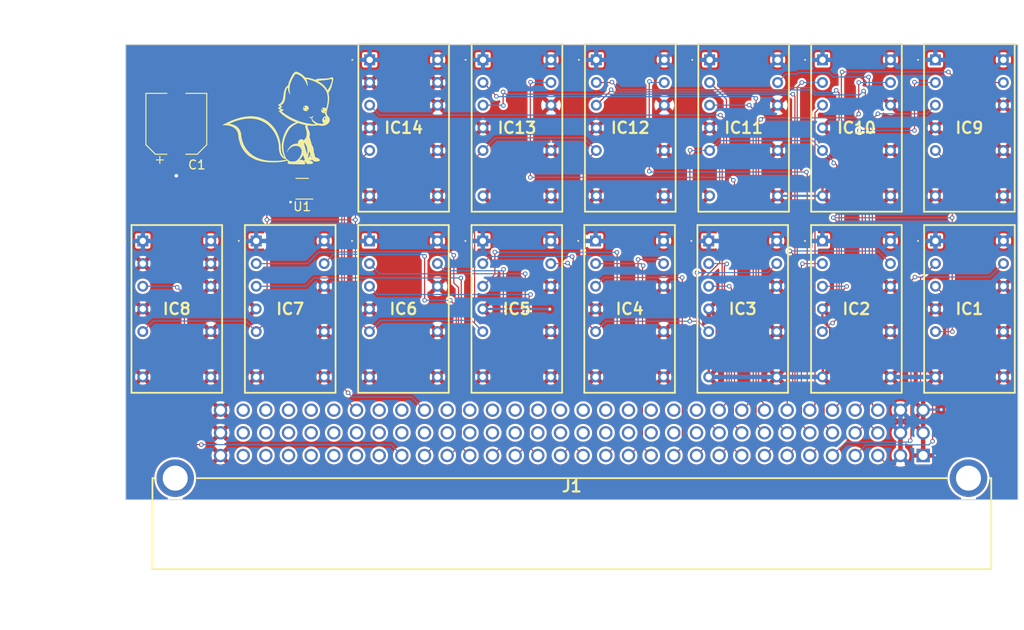
<source format=kicad_pcb>
(kicad_pcb (version 20221018) (generator pcbnew)
  (layers (0 "F.Cu" signal) (31 "B.Cu" signal) (34 "B.Paste" user) (35 "F.Paste" user) (36 "B.SilkS" user "B.Silkscreen") (37 "F.SilkS" user "F.Silkscreen") (38 "B.Mask" user) (39 "F.Mask" user) (44 "Edge.Cuts" user))
  (net 0 "")
  (net 1 "VCC")
  (net 2 "GND")
  (net 3 "/LA1")
  (net 4 "/LA0")
  (net 5 "Net-(IC1-STROBE)")
  (net 6 "/LA2")
  (net 7 "/LA4")
  (net 8 "/LA3")
  (net 9 "/LA5")
  (net 10 "/LA7")
  (net 11 "/LA6")
  (net 12 "/LA8")
  (net 13 "/LA10")
  (net 14 "/LA9")
  (net 15 "/LA11")
  (net 16 "/LA13")
  (net 17 "/LA12")
  (net 18 "/LA14")
  (net 19 "/LA16")
  (net 20 "/LA15")
  (net 21 "/LA17")
  (net 22 "/LA19")
  (net 23 "/LA18")
  (net 24 "/LA20")
  (net 25 "/LA21")
  (net 26 "/DA1")
  (net 27 "/DA0")
  (net 28 "/DA2")
  (net 29 "/DA4")
  (net 30 "/DA3")
  (net 31 "/DA5")
  (net 32 "/DA7")
  (net 33 "/DA6")
  (net 34 "/DA8")
  (net 35 "/DA10")
  (net 36 "/DA9")
  (net 37 "/DA11")
  (net 38 "/DA13")
  (net 39 "/DA12")
  (net 40 "/DA14")
  (net 41 "/DA15")
  (net 78 "nLBS_MEM")
  (net 82 "RAM_nWE")
  (net 85 "nBUFCTL")
  (net 88 "RST")
  (net 90 "~{RST}")
  (footprint "TIL311:TIL311" (layer "F.Cu") (at 200.243 74.705)
    (fp_text reference "IC11")
    (fp_text value "TIL311" hide)
  )
  (footprint "TIL311:TIL311" (layer "F.Cu") (at 174.818 95)
    (fp_text reference "IC5")
    (fp_text value "TIL311" hide)
  )
  (footprint "TIL311:TIL311" (layer "F.Cu") (at 136.718 95)
    (fp_text reference "IC8")
    (fp_text value "TIL311" hide)
  )
  (footprint "DIN41612_96_RA:86093967113745ELF" (layer "F.Cu") (at 224.17 119.045)
    (fp_text reference "J1")
    (fp_text value "86093967113745ELF" hide)
  )
  (footprint "TIL311:TIL311" (layer "F.Cu") (at 162.118 95)
    (fp_text reference "IC6")
    (fp_text value "TIL311" hide)
  )
  (footprint "TIL311:TIL311" (layer "F.Cu") (at 149.43 95)
    (fp_text reference "IC7")
    (fp_text value "TIL311" hide)
  )
  (footprint "PaulasKiCADFootPrint:Fox_avatar_18mm" (layer "F.Cu") (at 152.6 81.225)
    (fp_text reference "SYM1" hide)
    (fp_text value "Logo_Open_Hardware_Large" hide)
  )
  (footprint "TIL311:TIL311" (layer "F.Cu") (at 174.843 74.705)
    (fp_text reference "IC13")
    (fp_text value "TIL311" hide)
  )
  (footprint "TIL311:TIL311" (layer "F.Cu") (at 225.55 95)
    (fp_text reference "IC1")
    (fp_text value "TIL311" hide)
  )
  (footprint "TIL311:TIL311" (layer "F.Cu") (at 162.143 74.705)
    (fp_text reference "IC14")
    (fp_text value "TIL311" hide)
  )
  (footprint "TIL311:TIL311" (layer "F.Cu") (at 200.14 95)
    (fp_text reference "IC3")
    (fp_text value "TIL311" hide)
  )
  (footprint "Package_TO_SOT_SMD:SOT-353_SC-70-5_Handsoldering" (layer "F.Cu") (at 154.575 89.15 180)
    (fp_text reference "U1")
    (fp_text value "74AHC1G08")
  )
  (footprint "Capacitor_SMD:CP_Elec_6.3x5.8" (layer "F.Cu") (at 140.475 81.875 90)
    (fp_text reference "C1")
    (fp_text value "47uF 16V")
  )
  (footprint "TIL311:TIL311" (layer "F.Cu") (at 187.54 74.705)
    (fp_text reference "IC12")
    (fp_text value "TIL311" hide)
  )
  (footprint "TIL311:TIL311" (layer "F.Cu") (at 212.88 95)
    (fp_text reference "IC2")
    (fp_text value "TIL311" hide)
  )
  (footprint "TIL311:TIL311" (layer "F.Cu") (at 212.89 74.705)
    (fp_text reference "IC10")
    (fp_text value "TIL311" hide)
  )
  (footprint "TIL311:TIL311" (layer "F.Cu") (at 225.54 74.705)
    (fp_text reference "IC9")
    (fp_text value "TIL311" hide)
  )
  (footprint "TIL311:TIL311" (layer "F.Cu") (at 187.465 95)
    (fp_text reference "IC4")
    (fp_text value "TIL311" hide)
  )
  (gr_line (start 134.8 73) (end 234.8 73) (stroke (width 0.1)) (layer "Edge.Cuts"))
  (gr_line (start 234.8 124) (end 134.8 124) (stroke (width 0.1)) (layer "Edge.Cuts"))
  (gr_line (start 234.8 73) (end 234.8 124) (stroke (width 0.1)) (layer "Edge.Cuts"))
  (gr_line (start 134.8 124) (end 134.8 73) (stroke (width 0.1)) (layer "Edge.Cuts"))
  (segment (start 153.245 90.62) (end 153.275 90.65) (width 0.127) (layer "F.Cu") (net 1))
  (segment (start 153.245 89.8) (end 153.245 90.62) (width 0.127) (layer "F.Cu") (net 1))
  (segment (start 140.475 84.575) (end 140.475 87.7) (width 1) (layer "F.Cu") (net 1))
  (segment (start 221.63 119.045) (end 221.63 116.505) (width 0.508) (layer "F.Cu") (net 1))
  (via (at 140.475 87.7) (size 0.8) (drill 0.4) (layers "F.Cu" "B.Cu") (net 1))
  (via (at 153.275 90.65) (size 0.5) (drill 0.3) (layers "F.Cu" "B.Cu") (net 1))
  (segment (start 221.63 113.965) (end 221.63 116.505) (width 0.508) (layer "B.Cu") (net 1))
  (segment (start 224.17 116.505) (end 224.17 113.965) (width 0.508) (layer "F.Cu") (net 2))
  (segment (start 214.1 83.535) (end 214.1 85.325) (width 0.254) (layer "F.Cu") (net 2))
  (segment (start 226.225 110.915) (end 226.225 111.625) (width 0.254) (layer "F.Cu") (net 2))
  (segment (start 200.14 106.86) (end 200.325 106.675) (width 0.254) (layer "F.Cu") (net 2))
  (segment (start 225.55 110.24) (end 226.225 110.915) (width 0.254) (layer "F.Cu") (net 2))
  (segment (start 201.025 105.975) (end 200.325 106.675) (width 0.254) (layer "F.Cu") (net 2))
  (segment (start 212.89 86.535) (end 212.89 89.945) (width 0.254) (layer "F.Cu") (net 2))
  (segment (start 225.55 102.62) (end 226.65 103.72) (width 0.254) (layer "F.Cu") (net 2))
  (segment (start 226.225 113.875) (end 226.2 113.9) (width 0.254) (layer "F.Cu") (net 2))
  (segment (start 200.14 103.665) (end 201.025 104.55) (width 0.254) (layer "F.Cu") (net 2))
  (segment (start 212.88 102.62) (end 212.88 103.94024) (width 0.254) (layer "F.Cu") (net 2))
  (segment (start 224.17 119.045) (end 224.17 116.505) (width 0.508) (layer "F.Cu") (net 2))
  (segment (start 214.1 85.325) (end 212.89 86.535) (width 0.254) (layer "F.Cu") (net 2))
  (segment (start 201.025 104.55) (end 201.025 105.975) (width 0.254) (layer "F.Cu") (net 2))
  (segment (start 226.65 103.72) (end 226.65 109.14) (width 0.254) (layer "F.Cu") (net 2))
  (segment (start 212.89 82.325) (end 214.1 83.535) (width 0.254) (layer "F.Cu") (net 2))
  (segment (start 212.925 110.195) (end 212.88 110.24) (width 0.254) (layer "F.Cu") (net 2))
  (segment (start 226.65 109.14) (end 225.55 110.24) (width 0.254) (layer "F.Cu") (net 2))
  (segment (start 200.14 102.62) (end 200.14 103.665) (width 0.508) (layer "F.Cu") (net 2))
  (segment (start 213.7425 107.4325) (end 212.925 108.25) (width 0.254) (layer "F.Cu") (net 2))
  (segment (start 212.88 103.94024) (end 213.7425 104.80274) (width 0.254) (layer "F.Cu") (net 2))
  (segment (start 226.225 111.625) (end 226.225 113.875) (width 0.254) (layer "F.Cu") (net 2))
  (segment (start 212.925 108.25) (end 212.925 110.195) (width 0.254) (layer "F.Cu") (net 2))
  (segment (start 224.17 113.965) (end 224.17 112.67) (width 0.508) (layer "F.Cu") (net 2))
  (segment (start 224.17 112.67) (end 223.625 112.125) (width 0.508) (layer "F.Cu") (net 2))
  (segment (start 200.14 110.24) (end 200.14 106.86) (width 0.254) (layer "F.Cu") (net 2))
  (segment (start 213.7425 104.80274) (end 213.7425 107.4325) (width 0.254) (layer "F.Cu") (net 2))
  (via (at 182.325 102.65) (size 0.5) (drill 0.3) (layers "F.Cu" "B.Cu") (net 2))
  (via (at 226.2 113.9) (size 0.5) (drill 0.3) (layers "F.Cu" "B.Cu") (net 2))
  (segment (start 224.235 113.9) (end 224.17 113.965) (width 0.254) (layer "B.Cu") (net 2))
  (segment (start 207.76 110.24) (end 200.14 110.24) (width 0.508) (layer "B.Cu") (net 2))
  (segment (start 174.818 102.62) (end 182.295 102.62) (width 0.254) (layer "B.Cu") (net 2))
  (segment (start 182.295 102.62) (end 182.325 102.65) (width 0.254) (layer "B.Cu") (net 2))
  (segment (start 226.2 113.9) (end 224.235 113.9) (width 0.254) (layer "B.Cu") (net 2))
  (segment (start 220.5 110.24) (end 225.55 110.24) (width 0.508) (layer "B.Cu") (net 2))
  (segment (start 207.76 110.24) (end 212.88 110.24) (width 0.508) (layer "B.Cu") (net 2))
  (segment (start 212.89 89.945) (end 207.863 89.945) (width 0.254) (layer "B.Cu") (net 2))
  (segment (start 223.875 111) (end 223.875 99.215) (width 0.127) (layer "F.Cu") (net 3))
  (segment (start 225.232999 112.357999) (end 223.875 111) (width 0.127) (layer "F.Cu") (net 3))
  (segment (start 223.875 99.215) (end 225.55 97.54) (width 0.127) (layer "F.Cu") (net 3))
  (segment (start 225.232999 117.367001) (end 225.232999 112.357999) (width 0.127) (layer "F.Cu") (net 3))
  (segment (start 225.225 117.45) (end 225.225 117.375) (width 0.127) (layer "F.Cu") (net 3))
  (segment (start 225.225 117.375) (end 225.232999 117.367001) (width 0.127) (layer "F.Cu") (net 3))
  (via (at 225.225 117.45) (size 0.5) (drill 0.3) (layers "F.Cu" "B.Cu") (net 3))
  (segment (start 217.745 117.85) (end 216.55 119.045) (width 0.127) (layer "B.Cu") (net 3))
  (segment (start 225.225 117.45) (end 224.825 117.85) (width 0.127) (layer "B.Cu") (net 3))
  (segment (start 224.825 117.85) (end 217.745 117.85) (width 0.127) (layer "B.Cu") (net 3))
  (segment (start 225.775 120.45) (end 220.495 120.45) (width 0.127) (layer "F.Cu") (net 4))
  (segment (start 226.967001 119.257999) (end 225.775 120.45) (width 0.127) (layer "F.Cu") (net 4))
  (segment (start 220.495 120.45) (end 219.09 119.045) (width 0.127) (layer "F.Cu") (net 4))
  (segment (start 225.55 100.08) (end 226.967001 101.497001) (width 0.127) (layer "F.Cu") (net 4))
  (segment (start 226.967001 101.497001) (end 226.967001 119.257999) (width 0.127) (layer "F.Cu") (net 4))
  (segment (start 160.558 103.6) (end 160.55 103.6) (width 0.127) (layer "F.Cu") (net 5))
  (segment (start 173.9 85.808) (end 173.9 104.242) (width 0.127) (layer "F.Cu") (net 5))
  (segment (start 186.075 103.77) (end 186.075 86.33) (width 0.127) (layer "F.Cu") (net 5))
  (segment (start 214.1 92.4) (end 214.5 92.8) (width 0.127) (layer "F.Cu") (net 5))
  (segment (start 162.118 105.16) (end 160.558 103.6) (width 0.127) (layer "F.Cu") (net 5))
  (segment (start 198.025 84.875) (end 198.05 84.85) (width 0.127) (layer "F.Cu") (net 5))
  (segment (start 225.54 84.865) (end 227.425 86.75) (width 0.127) (layer "F.Cu") (net 5))
  (segment (start 186.075 86.33) (end 187.54 84.865) (width 0.127) (layer "F.Cu") (net 5))
  (segment (start 160.55 86.458) (end 162.143 84.865) (width 0.127) (layer "F.Cu") (net 5))
  (segment (start 151.675 88.5) (end 150.625 89.55) (width 0.127) (layer "F.Cu") (net 5))
  (segment (start 173.9 104.242) (end 174.818 105.16) (width 0.127) (layer "F.Cu") (net 5))
  (segment (start 214.475 86.492998) (end 214.475 92.025) (width 0.127) (layer "F.Cu") (net 5))
  (segment (start 149.43 105.16) (end 150.65 103.94) (width 0.127) (layer "F.Cu") (net 5))
  (segment (start 214.257002 86.275) (end 214.475 86.492998) (width 0.127) (layer "F.Cu") (net 5))
  (segment (start 214.15 86.275) (end 214.257002 86.275) (width 0.127) (layer "F.Cu") (net 5))
  (segment (start 160.55 92.625) (end 160.55 86.458) (width 0.127) (layer "F.Cu") (net 5))
  (segment (start 150.65 103.94) (end 150.65 103.1) (width 0.127) (layer "F.Cu") (net 5))
  (segment (start 198.025 104) (end 198.025 84.875) (width 0.127) (layer "F.Cu") (net 5))
  (segment (start 150.625 89.55) (end 150.625 92.625) (width 0.127) (layer "F.Cu") (net 5))
  (segment (start 174.843 84.865) (end 173.9 85.808) (width 0.127) (layer "F.Cu") (net 5))
  (segment (start 214.5 92.8) (end 214.5 103.725) (width 0.127) (layer "F.Cu") (net 5))
  (segment (start 214.475 92.025) (end 214.1 92.4) (width 0.127) (layer "F.Cu") (net 5))
  (segment (start 227.425 86.75) (end 227.425 105.15) (width 0.127) (layer "F.Cu") (net 5))
  (segment (start 187.465 105.16) (end 186.075 103.77) (width 0.127) (layer "F.Cu") (net 5))
  (segment (start 227.425 105.15) (end 227.45 105.175) (width 0.127) (layer "F.Cu") (net 5))
  (segment (start 214.5 103.725) (end 214.025 104.2) (width 0.127) (layer "F.Cu") (net 5))
  (segment (start 153.245 88.5) (end 151.675 88.5) (width 0.127) (layer "F.Cu") (net 5))
  (segment (start 160.55 103.6) (end 160.55 92.625) (width 0.127) (layer "F.Cu") (net 5))
  (segment (start 150.65 92.65) (end 150.625 92.625) (width 0.127) (layer "F.Cu") (net 5))
  (segment (start 150.65 103.1) (end 150.65 92.65) (width 0.127) (layer "F.Cu") (net 5))
  (via (at 214.1 92.4) (size 0.5) (drill 0.3) (layers "F.Cu" "B.Cu") (net 5))
  (via (at 214.15 86.275) (size 0.5) (drill 0.3) (layers "F.Cu" "B.Cu") (net 5))
  (via (at 227.425 92.4) (size 0.5) (drill 0.3) (layers "F.Cu" "B.Cu") (net 5))
  (via (at 160.55 92.625) (size 0.5) (drill 0.3) (layers "F.Cu" "B.Cu") (net 5))
  (via (at 198.05 84.85) (size 0.5) (drill 0.3) (layers "F.Cu" "B.Cu") (net 5))
  (via (at 150.625 92.625) (size 0.5) (drill 0.3) (layers "F.Cu" "B.Cu") (net 5))
  (via (at 198.025 104) (size 0.5) (drill 0.3) (layers "F.Cu" "B.Cu") (net 5))
  (via (at 227.45 105.175) (size 0.5) (drill 0.3) (layers "F.Cu" "B.Cu") (net 5))
  (via (at 214.025 104.2) (size 0.5) (drill 0.3) (layers "F.Cu" "B.Cu") (net 5))
  (segment (start 148.245 103.975) (end 137.903 103.975) (width 0.127) (layer "B.Cu") (net 5))
  (segment (start 200.14 105.16) (end 198.98 104) (width 0.127) (layer "B.Cu") (net 5))
  (segment (start 173.558 103.9) (end 166.425 103.9) (width 0.127) (layer "B.Cu") (net 5))
  (segment (start 227.425 92.4) (end 214.1 92.4) (width 0.127) (layer "B.Cu") (net 5))
  (segment (start 227.45 105.175) (end 227.435 105.16) (width 0.127) (layer "B.Cu") (net 5))
  (segment (start 198.98 104) (end 198.025 104) (width 0.127) (layer "B.Cu") (net 5))
  (segment (start 214.025 104.2) (end 213.84 104.2) (width 0.127) (layer "B.Cu") (net 5))
  (segment (start 163.378 103.9) (end 162.118 105.16) (width 0.127) (layer "B.Cu") (net 5))
  (segment (start 214.15 86.275) (end 214.15 86.125) (width 0.127) (layer "B.Cu") (net 5))
  (segment (start 198.065 84.865) (end 200.243 84.865) (width 0.127) (layer "B.Cu") (net 5))
  (segment (start 149.43 105.16) (end 148.245 103.975) (width 0.127) (layer "B.Cu") (net 5))
  (segment (start 198.05 84.85) (end 198.065 84.865) (width 0.127) (layer "B.Cu") (net 5))
  (segment (start 176.258 83.45) (end 174.843 84.865) (width 0.127) (layer "B.Cu") (net 5))
  (segment (start 186.125 83.45) (end 176.258 83.45) (width 0.127) (layer "B.Cu") (net 5))
  (segment (start 213.84 104.2) (end 212.88 105.16) (width 0.127) (layer "B.Cu") (net 5))
  (segment (start 188.625 104) (end 187.465 105.16) (width 0.127) (layer "B.Cu") (net 5))
  (segment (start 201.348795 83.759205) (end 211.784205 83.759205) (width 0.127) (layer "B.Cu") (net 5))
  (segment (start 174.818 105.16) (end 173.558 103.9) (width 0.127) (layer "B.Cu") (net 5))
  (segment (start 227.435 105.16) (end 225.55 105.16) (width 0.127) (layer "B.Cu") (net 5))
  (segment (start 211.784205 83.759205) (end 212.89 84.865) (width 0.127) (layer "B.Cu") (net 5))
  (segment (start 187.54 84.865) (end 186.125 83.45) (width 0.127) (layer "B.Cu") (net 5))
  (segment (start 137.903 103.975) (end 136.718 105.16) (width 0.127) (layer "B.Cu") (net 5))
  (segment (start 150.625 92.625) (end 160.55 92.625) (width 0.127) (layer "B.Cu") (net 5))
  (segment (start 198.025 104) (end 188.625 104) (width 0.127) (layer "B.Cu") (net 5))
  (segment (start 214.15 86.125) (end 212.89 84.865) (width 0.127) (layer "B.Cu") (net 5))
  (segment (start 200.243 84.865) (end 201.348795 83.759205) (width 0.127) (layer "B.Cu") (net 5))
  (segment (start 166.425 103.9) (end 163.378 103.9) (width 0.127) (layer "B.Cu") (net 5))
  (segment (start 222.8 117.3) (end 222.725 117.375) (width 0.127) (layer "F.Cu") (net 6))
  (segment (start 222.8 99.5) (end 222.8 117.3) (width 0.127) (layer "F.Cu") (net 6))
  (segment (start 223.25 99.05) (end 222.8 99.5) (width 0.127) (layer "F.Cu") (net 6))
  (via (at 223.25 99.05) (size 0.5) (drill 0.3) (layers "F.Cu" "B.Cu") (net 6))
  (via (at 222.725 117.375) (size 0.5) (drill 0.3) (layers "F.Cu" "B.Cu") (net 6))
  (segment (start 231.66 99.05) (end 233.17 97.54) (width 0.127) (layer "B.Cu") (net 6))
  (segment (start 223.25 99.05) (end 231.66 99.05) (width 0.127) (layer "B.Cu") (net 6))
  (segment (start 222.725 117.375) (end 222.55 117.55) (width 0.127) (layer "B.Cu") (net 6))
  (segment (start 222.55 117.55) (end 215.505 117.55) (width 0.127) (layer "B.Cu") (net 6))
  (segment (start 215.505 117.55) (end 214.01 119.045) (width 0.127) (layer "B.Cu") (net 6))
  (segment (start 210.2 117.775) (end 210.2 114.175) (width 0.127) (layer "F.Cu") (net 7))
  (segment (start 210.2 114.175) (end 210.2 112.95) (width 0.127) (layer "F.Cu") (net 7))
  (segment (start 210.525 97.675) (end 210.65 97.55) (width 0.127) (layer "F.Cu") (net 7))
  (segment (start 210.2 112.95) (end 210.525 112.625) (width 0.127) (layer "F.Cu") (net 7))
  (segment (start 208.93 119.045) (end 210.2 117.775) (width 0.127) (layer "F.Cu") (net 7))
  (segment (start 210.525 112.625) (end 210.525 97.675) (width 0.127) (layer "F.Cu") (net 7))
  (via (at 210.65 97.55) (size 0.5) (drill 0.3) (layers "F.Cu" "B.Cu") (net 7))
  (segment (start 210.65 97.55) (end 210.66 97.54) (width 0.127) (layer "B.Cu") (net 7))
  (segment (start 210.66 97.54) (end 212.88 97.54) (width 0.127) (layer "B.Cu") (net 7))
  (segment (start 211.47 119.045) (end 212.69 117.825) (width 0.127) (layer "F.Cu") (net 8))
  (segment (start 215.275 117.275) (end 215.275 100.425) (width 0.127) (layer "F.Cu") (net 8))
  (segment (start 212.69 117.825) (end 214.725 117.825) (width 0.127) (layer "F.Cu") (net 8))
  (segment (start 215.275 100.425) (end 215.6 100.1) (width 0.127) (layer "F.Cu") (net 8))
  (segment (start 214.725 117.825) (end 215.275 117.275) (width 0.127) (layer "F.Cu") (net 8))
  (via (at 215.6 100.1) (size 0.5) (drill 0.3) (layers "F.Cu" "B.Cu") (net 8))
  (segment (start 212.88 100.08) (end 215.58 100.08) (width 0.127) (layer "B.Cu") (net 8))
  (segment (start 215.58 100.08) (end 215.6 100.1) (width 0.127) (layer "B.Cu") (net 8))
  (segment (start 207.6 113.183504) (end 209.55 111.233504) (width 0.127) (layer "F.Cu") (net 9))
  (segment (start 207.6 117.835) (end 207.6 113.183504) (width 0.127) (layer "F.Cu") (net 9))
  (segment (start 209.55 111.233504) (end 209.55 96.45) (width 0.127) (layer "F.Cu") (net 9))
  (segment (start 209.55 96.45) (end 209.225 96.125) (width 0.127) (layer "F.Cu") (net 9))
  (segment (start 206.39 119.045) (end 207.6 117.835) (width 0.127) (layer "F.Cu") (net 9))
  (via (at 209.225 96.125) (size 0.5) (drill 0.3) (layers "F.Cu" "B.Cu") (net 9))
  (segment (start 219.085 96.125) (end 209.225 96.125) (width 0.127) (layer "B.Cu") (net 9))
  (segment (start 220.5 97.54) (end 219.085 96.125) (width 0.127) (layer "B.Cu") (net 9))
  (segment (start 202.378501 117.976499) (end 202.378501 113.255004) (width 0.127) (layer "F.Cu") (net 10))
  (segment (start 202.378501 113.255004) (end 202.428501 113.205003) (width 0.127) (layer "F.Cu") (net 10))
  (segment (start 201.31 119.045) (end 202.378501 117.976499) (width 0.127) (layer "F.Cu") (net 10))
  (segment (start 201.9 100.607991) (end 201.9 97.84) (width 0.127) (layer "F.Cu") (net 10))
  (segment (start 201.9 97.84) (end 202.165 97.575) (width 0.127) (layer "F.Cu") (net 10))
  (segment (start 202.428501 113.205003) (end 202.428501 101.136492) (width 0.127) (layer "F.Cu") (net 10))
  (segment (start 202.428501 101.136492) (end 201.9 100.607991) (width 0.127) (layer "F.Cu") (net 10))
  (via (at 202.165 97.575) (size 0.5) (drill 0.3) (layers "F.Cu" "B.Cu") (net 10))
  (segment (start 200.14 97.54) (end 202.13 97.54) (width 0.127) (layer "B.Cu") (net 10))
  (segment (start 202.13 97.54) (end 202.165 97.575) (width 0.127) (layer "B.Cu") (net 10))
  (segment (start 203.85 119.045) (end 203.695 119.045) (width 0.127) (layer "F.Cu") (net 11))
  (segment (start 202.632001 117.982001) (end 202.632001 113.360006) (width 0.127) (layer "F.Cu") (net 11))
  (segment (start 202.632001 113.360006) (end 202.682002 113.310007) (width 0.127) (layer "F.Cu") (net 11))
  (segment (start 203.695 119.045) (end 202.632001 117.982001) (width 0.127) (layer "F.Cu") (net 11))
  (segment (start 202.682002 113.310007) (end 202.682002 100.317002) (width 0.127) (layer "F.Cu") (net 11))
  (segment (start 202.682002 100.317002) (end 202.44 100.075) (width 0.127) (layer "F.Cu") (net 11))
  (via (at 202.44 100.075) (size 0.5) (drill 0.3) (layers "F.Cu" "B.Cu") (net 11))
  (segment (start 200.14 100.08) (end 202.435 100.08) (width 0.127) (layer "B.Cu") (net 11))
  (segment (start 202.435 100.08) (end 202.44 100.075) (width 0.127) (layer "B.Cu") (net 11))
  (segment (start 199.971499 117.843501) (end 199.971499 112.930003) (width 0.127) (layer "F.Cu") (net 12))
  (segment (start 198.8 98.575) (end 198.825 98.55) (width 0.127) (layer "F.Cu") (net 12))
  (segment (start 198.77 119.045) (end 199.971499 117.843501) (width 0.127) (layer "F.Cu") (net 12))
  (segment (start 199.971499 112.930003) (end 198.8 111.758504) (width 0.127) (layer "F.Cu") (net 12))
  (segment (start 198.8 111.758504) (end 198.8 98.575) (width 0.127) (layer "F.Cu") (net 12))
  (via (at 198.825 98.55) (size 0.5) (drill 0.3) (layers "F.Cu" "B.Cu") (net 12))
  (segment (start 206.75 98.55) (end 207.76 97.54) (width 0.127) (layer "B.Cu") (net 12))
  (segment (start 198.825 98.55) (end 206.75 98.55) (width 0.127) (layer "B.Cu") (net 12))
  (segment (start 193.69 119.045) (end 192.71916 118.07416) (width 0.127) (layer "F.Cu") (net 13))
  (segment (start 192.71916 97.836399) (end 192.79 97.765559) (width 0.127) (layer "F.Cu") (net 13))
  (segment (start 192.71916 118.07416) (end 192.71916 97.836399) (width 0.127) (layer "F.Cu") (net 13))
  (via (at 192.79 97.765559) (size 0.5) (drill 0.3) (layers "F.Cu" "B.Cu") (net 13))
  (segment (start 187.465 97.54) (end 192.564441 97.54) (width 0.127) (layer "B.Cu") (net 13))
  (segment (start 192.564441 97.54) (end 192.79 97.765559) (width 0.127) (layer "B.Cu") (net 13))
  (segment (start 196.23 119.045) (end 197.175 118.1) (width 0.127) (layer "F.Cu") (net 14))
  (segment (start 197.175 118.1) (end 197.175 99.1) (width 0.127) (layer "F.Cu") (net 14))
  (via (at 197.175 99.1) (size 0.5) (drill 0.3) (layers "F.Cu" "B.Cu") (net 14))
  (segment (start 188.445 99.1) (end 187.465 100.08) (width 0.127) (layer "B.Cu") (net 14))
  (segment (start 197.175 99.1) (end 188.445 99.1) (width 0.127) (layer "B.Cu") (net 14))
  (segment (start 191.15 119.045) (end 191.255 119.045) (width 0.127) (layer "F.Cu") (net 15))
  (segment (start 192.225 118.075) (end 192.225 97.075) (width 0.127) (layer "F.Cu") (net 15))
  (segment (start 191.255 119.045) (end 192.225 118.075) (width 0.127) (layer "F.Cu") (net 15))
  (via (at 192.225 97.075) (size 0.5) (drill 0.3) (layers "F.Cu" "B.Cu") (net 15))
  (segment (start 194.62 97.075) (end 192.225 97.075) (width 0.127) (layer "B.Cu") (net 15))
  (segment (start 195.085 97.54) (end 194.62 97.075) (width 0.127) (layer "B.Cu") (net 15))
  (segment (start 186.07 119.045) (end 184.953501 117.928501) (width 0.127) (layer "F.Cu") (net 16))
  (segment (start 184.953501 117.928501) (end 184.953501 96.878501) (width 0.127) (layer "F.Cu") (net 16))
  (segment (start 184.953501 96.878501) (end 184.825 96.75) (width 0.127) (layer "F.Cu") (net 16))
  (via (at 184.825 96.75) (size 0.5) (drill 0.3) (layers "F.Cu" "B.Cu") (net 16))
  (segment (start 175.617 96.741) (end 174.818 97.54) (width 0.127) (layer "B.Cu") (net 16))
  (segment (start 184.816 96.741) (end 175.617 96.741) (width 0.127) (layer "B.Cu") (net 16))
  (segment (start 184.825 96.75) (end 184.816 96.741) (width 0.127) (layer "B.Cu") (net 16))
  (segment (start 189.875 117.78) (end 189.875 116.325) (width 0.127) (layer "F.Cu") (net 17))
  (segment (start 189.875 116.325) (end 189.875 96.3) (width 0.127) (layer "F.Cu") (net 17))
  (segment (start 188.61 119.045) (end 189.875 117.78) (width 0.127) (layer "F.Cu") (net 17))
  (segment (start 189.875 96.3) (end 189.85 96.275) (width 0.127) (layer "F.Cu") (net 17))
  (segment (start 176.175 96.25) (end 176.175 98.723) (width 0.127) (layer "F.Cu") (net 17))
  (segment (start 176.175 98.723) (end 174.818 100.08) (width 0.127) (layer "F.Cu") (net 17))
  (via (at 189.85 96.275) (size 0.5) (drill 0.3) (layers "F.Cu" "B.Cu") (net 17))
  (via (at 176.175 96.25) (size 0.5) (drill 0.3) (layers "F.Cu" "B.Cu") (net 17))
  (segment (start 176.2 96.275) (end 176.175 96.25) (width 0.127) (layer "B.Cu") (net 17))
  (segment (start 189.85 96.275) (end 176.2 96.275) (width 0.127) (layer "B.Cu") (net 17))
  (segment (start 183.53 119.045) (end 183.5925 119.045) (width 0.127) (layer "F.Cu") (net 18))
  (segment (start 183.5925 119.045) (end 184.7 117.9375) (width 0.127) (layer "F.Cu") (net 18))
  (segment (start 184.7 97.85) (end 184.325 97.475) (width 0.127) (layer "F.Cu") (net 18))
  (segment (start 184.7 117.9375) (end 184.7 97.85) (width 0.127) (layer "F.Cu") (net 18))
  (via (at 184.325 97.475) (size 0.5) (drill 0.3) (layers "F.Cu" "B.Cu") (net 18))
  (segment (start 184.325 97.475) (end 184.26 97.54) (width 0.127) (layer "B.Cu") (net 18))
  (segment (start 184.26 97.54) (end 182.438 97.54) (width 0.127) (layer "B.Cu") (net 18))
  (segment (start 178.605 119.045) (end 179.575 118.075) (width 0.127) (layer "F.Cu") (net 19))
  (segment (start 179.575 118.075) (end 179.575 98.675) (width 0.127) (layer "F.Cu") (net 19))
  (segment (start 178.45 119.045) (end 178.605 119.045) (width 0.127) (layer "F.Cu") (net 19))
  (via (at 179.575 98.675) (size 0.5) (drill 0.3) (layers "F.Cu" "B.Cu") (net 19))
  (segment (start 179.575 98.675) (end 163.253 98.675) (width 0.127) (layer "B.Cu") (net 19))
  (segment (start 163.253 98.675) (end 162.118 97.54) (width 0.127) (layer "B.Cu") (net 19))
  (segment (start 180.015 101.16) (end 180.175 101) (width 0.127) (layer "F.Cu") (net 20))
  (segment (start 180.015 118.07) (end 180.015 101.16) (width 0.127) (layer "F.Cu") (net 20))
  (segment (start 180.99 119.045) (end 180.015 118.07) (width 0.127) (layer "F.Cu") (net 20))
  (via (at 180.175 101) (size 0.5) (drill 0.3) (layers "F.Cu" "B.Cu") (net 20))
  (segment (start 162.118 100.08) (end 163.038 101) (width 0.127) (layer "B.Cu") (net 20))
  (segment (start 163.038 101) (end 180.175 101) (width 0.127) (layer "B.Cu") (net 20))
  (segment (start 177.125 117.375) (end 177.125 98.2) (width 0.127) (layer "F.Cu") (net 21))
  (segment (start 177.125 117.83) (end 177.125 117.375) (width 0.127) (layer "F.Cu") (net 21))
  (segment (start 175.91 119.045) (end 177.125 117.83) (width 0.127) (layer "F.Cu") (net 21))
  (segment (start 177.125 98.2) (end 177.15 98.175) (width 0.127) (layer "F.Cu") (net 21))
  (via (at 177.15 98.175) (size 0.5) (drill 0.3) (layers "F.Cu" "B.Cu") (net 21))
  (segment (start 177.15 98.175) (end 176.986 98.339) (width 0.127) (layer "B.Cu") (net 21))
  (segment (start 170.537 98.339) (end 169.738 97.54) (width 0.127) (layer "B.Cu") (net 21))
  (segment (start 176.986 98.339) (end 170.537 98.339) (width 0.127) (layer "B.Cu") (net 21))
  (segment (start 172.103501 100.228501) (end 171.575 99.7) (width 0.127) (layer "F.Cu") (net 22))
  (segment (start 171.105 119.045) (end 172.103501 118.046499) (width 0.127) (layer "F.Cu") (net 22))
  (segment (start 170.83 119.045) (end 171.105 119.045) (width 0.127) (layer "F.Cu") (net 22))
  (segment (start 171.575 99.7) (end 171.575 96.6) (width 0.127) (layer "F.Cu") (net 22))
  (segment (start 172.103501 118.046499) (end 172.103501 100.228501) (width 0.127) (layer "F.Cu") (net 22))
  (via (at 171.575 96.6) (size 0.5) (drill 0.3) (layers "F.Cu" "B.Cu") (net 22))
  (segment (start 171.575 96.6) (end 171.221499 96.246499) (width 0.127) (layer "B.Cu") (net 22))
  (segment (start 171.221499 96.246499) (end 156.45 96.246499) (width 0.127) (layer "B.Cu") (net 22))
  (segment (start 149.43 97.54) (end 155.156499 97.54) (width 0.127) (layer "B.Cu") (net 22))
  (segment (start 155.156499 97.54) (end 156.45 96.246499) (width 0.127) (layer "B.Cu") (net 22))
  (segment (start 173.37 119.045) (end 172.407002 118.082002) (width 0.127) (layer "F.Cu") (net 23))
  (segment (start 172.407002 99.191336) (end 172.365 99.149334) (width 0.127) (layer "F.Cu") (net 23))
  (segment (start 172.407002 118.082002) (end 172.407002 99.191336) (width 0.127) (layer "F.Cu") (net 23))
  (via (at 172.365 99.149334) (size 0.5) (drill 0.3) (layers "F.Cu" "B.Cu") (net 23))
  (segment (start 155.925 99.149334) (end 172.365 99.149334) (width 0.127) (layer "B.Cu") (net 23))
  (segment (start 149.43 100.08) (end 154.994334 100.08) (width 0.127) (layer "B.Cu") (net 23))
  (segment (start 154.994334 100.08) (end 155.925 99.149334) (width 0.127) (layer "B.Cu") (net 23))
  (segment (start 171.475 117.775) (end 171.85 117.4) (width 0.127) (layer "F.Cu") (net 24))
  (segment (start 168.3 101.65) (end 168.3 96.725) (width 0.127) (layer "F.Cu") (net 24))
  (segment (start 169.56 117.775) (end 171.475 117.775) (width 0.127) (layer "F.Cu") (net 24))
  (segment (start 171.85 102.325) (end 171.175 101.65) (width 0.127) (layer "F.Cu") (net 24))
  (segment (start 171.85 117.4) (end 171.85 102.325) (width 0.127) (layer "F.Cu") (net 24))
  (segment (start 168.29 119.045) (end 169.56 117.775) (width 0.127) (layer "F.Cu") (net 24))
  (via (at 171.175 101.65) (size 0.5) (drill 0.3) (layers "F.Cu" "B.Cu") (net 24))
  (via (at 168.3 96.725) (size 0.5) (drill 0.3) (layers "F.Cu" "B.Cu") (net 24))
  (via (at 168.3 101.65) (size 0.5) (drill 0.3) (layers "F.Cu" "B.Cu") (net 24))
  (segment (start 160.875 96.5) (end 160.9 96.525) (width 0.127) (layer "B.Cu") (net 24))
  (segment (start 157.05 97.54) (end 158.09 96.5) (width 0.127) (layer "B.Cu") (net 24))
  (segment (start 160.9 96.525) (end 168.05 96.525) (width 0.127) (layer "B.Cu") (net 24))
  (segment (start 158.09 96.5) (end 160.875 96.5) (width 0.127) (layer "B.Cu") (net 24))
  (segment (start 171.175 101.65) (end 168.3 101.65) (width 0.127) (layer "B.Cu") (net 24))
  (segment (start 168.05 96.525) (end 168.25 96.725) (width 0.127) (layer "B.Cu") (net 24))
  (segment (start 168.25 96.725) (end 168.3 96.725) (width 0.127) (layer "B.Cu") (net 24))
  (segment (start 142.775 117.825) (end 141.375 116.425) (width 0.127) (layer "F.Cu") (net 25))
  (segment (start 143.275 117.825) (end 142.775 117.825) (width 0.127) (layer "F.Cu") (net 25))
  (segment (start 141.375 101) (end 140.575 100.2) (width 0.127) (layer "F.Cu") (net 25))
  (segment (start 141.375 116.425) (end 141.375 101) (width 0.127) (layer "F.Cu") (net 25))
  (via (at 143.275 117.825) (size 0.5) (drill 0.3) (layers "F.Cu" "B.Cu") (net 25))
  (via (at 140.575 100.2) (size 0.5) (drill 0.3) (layers "F.Cu" "B.Cu") (net 25))
  (segment (start 164.53 117.825) (end 143.275 117.825) (width 0.127) (layer "B.Cu") (net 25))
  (segment (start 165.75 119.045) (end 164.53 117.825) (width 0.127) (layer "B.Cu") (net 25))
  (segment (start 140.575 100.2) (end 140.455 100.08) (width 0.127) (layer "B.Cu") (net 25))
  (segment (start 140.455 100.08) (end 136.718 100.08) (width 0.127) (layer "B.Cu") (net 25))
  (segment (start 216.55 113.965) (end 217.35 113.165) (width 0.127) (layer "F.Cu") (net 26))
  (segment (start 217.35 113.165) (end 217.35 82.95) (width 0.127) (layer "F.Cu") (net 26))
  (segment (start 223.2 82.625) (end 223.2 77.2) (width 0.127) (layer "F.Cu") (net 26))
  (segment (start 217.35 82.95) (end 217.025 82.625) (width 0.127) (layer "F.Cu") (net 26))
  (via (at 217.025 82.625) (size 0.5) (drill 0.3) (layers "F.Cu" "B.Cu") (net 26))
  (via (at 223.2 82.625) (size 0.5) (drill 0.3) (layers "F.Cu" "B.Cu") (net 26))
  (via (at 223.2 77.2) (size 0.5) (drill 0.3) (layers "F.Cu" "B.Cu") (net 26))
  (segment (start 223.245 77.245) (end 225.54 77.245) (width 0.127) (layer "B.Cu") (net 26))
  (segment (start 223.2 82.625) (end 217.025 82.625) (width 0.127) (layer "B.Cu") (net 26))
  (segment (start 223.2 77.2) (end 223.245 77.245) (width 0.127) (layer "B.Cu") (net 26))
  (segment (start 219.09 113.965) (end 218.475 113.35) (width 0.127) (layer "F.Cu") (net 27))
  (segment (start 218.475 81.375) (end 219.1 80.75) (width 0.127) (layer "F.Cu") (net 27))
  (segment (start 218.475 113.35) (end 218.475 81.375) (width 0.127) (layer "F.Cu") (net 27))
  (via (at 219.1 80.75) (size 0.5) (drill 0.3) (layers "F.Cu" "B.Cu") (net 27))
  (segment (start 219.1 80.75) (end 224.575 80.75) (width 0.127) (layer "B.Cu") (net 27))
  (segment (start 224.575 80.75) (end 225.54 79.785) (width 0.127) (layer "B.Cu") (net 27))
  (segment (start 214.01 113.965) (end 215.007001 112.967999) (width 0.127) (layer "F.Cu") (net 28))
  (segment (start 215.007001 76.142999) (end 215.0875 76.0625) (width 0.127) (layer "F.Cu") (net 28))
  (segment (start 233.16 77.245) (end 228.1825 77.245) (width 0.127) (layer "F.Cu") (net 28))
  (segment (start 215.007001 112.967999) (end 215.007001 76.142999) (width 0.127) (layer "F.Cu") (net 28))
  (segment (start 228.1825 77.245) (end 227 76.0625) (width 0.127) (layer "F.Cu") (net 28))
  (via (at 227 76.0625) (size 0.5) (drill 0.3) (layers "F.Cu" "B.Cu") (net 28))
  (via (at 215.0875 76.0625) (size 0.5) (drill 0.3) (layers "F.Cu" "B.Cu") (net 28))
  (segment (start 215.0875 76.0625) (end 227 76.0625) (width 0.127) (layer "B.Cu") (net 28))
  (segment (start 208.93 112.90434) (end 210.057002 111.777338) (width 0.127) (layer "F.Cu") (net 29))
  (segment (start 210.057002 111.777338) (end 210.057002 77.762998) (width 0.127) (layer "F.Cu") (net 29))
  (segment (start 210.057002 77.762998) (end 210.575 77.245) (width 0.127) (layer "F.Cu") (net 29))
  (segment (start 208.93 113.965) (end 208.93 112.90434) (width 0.127) (layer "F.Cu") (net 29))
  (via (at 210.575 77.245) (size 0.5) (drill 0.3) (layers "F.Cu" "B.Cu") (net 29))
  (segment (start 212.89 77.245) (end 210.575 77.245) (width 0.127) (layer "B.Cu") (net 29))
  (segment (start 212.05 80.625) (end 212.89 79.785) (width 0.127) (layer "F.Cu") (net 30))
  (segment (start 211.47 113.965) (end 212.05 113.385) (width 0.127) (layer "F.Cu") (net 30))
  (segment (start 212.05 113.385) (end 212.05 80.625) (width 0.127) (layer "F.Cu") (net 30))
  (segment (start 206.39 113.29) (end 205.725 112.625) (width 0.127) (layer "F.Cu") (net 31))
  (segment (start 205.725 112.625) (end 205.725 81.625) (width 0.127) (layer "F.Cu") (net 31))
  (segment (start 206.39 113.965) (end 206.39 113.29) (width 0.127) (layer "F.Cu") (net 31))
  (segment (start 205.725 81.625) (end 205.975 81.375) (width 0.127) (layer "F.Cu") (net 31))
  (segment (start 216.95 80.775) (end 216.95 77.245) (width 0.127) (layer "F.Cu") (net 31))
  (via (at 216.95 80.775) (size 0.5) (drill 0.3) (layers "F.Cu" "B.Cu") (net 31))
  (via (at 216.95 77.245) (size 0.5) (drill 0.3) (layers "F.Cu" "B.Cu") (net 31))
  (via (at 205.975 81.375) (size 0.5) (drill 0.3) (layers "F.Cu" "B.Cu") (net 31))
  (segment (start 220.51 77.245) (end 216.95 77.245) (width 0.127) (layer "B.Cu") (net 31))
  (segment (start 205.975 81.375) (end 206.15 81.2) (width 0.127) (layer "B.Cu") (net 31))
  (segment (start 216.525 81.2) (end 216.95 80.775) (width 0.127) (layer "B.Cu") (net 31))
  (segment (start 206.15 81.2) (end 216.525 81.2) (width 0.127) (layer "B.Cu") (net 31))
  (segment (start 202.125 79.127) (end 200.243 77.245) (width 0.127) (layer "F.Cu") (net 32))
  (segment (start 201.646499 100.712995) (end 201.646499 84.770509) (width 0.127) (layer "F.Cu") (net 32))
  (segment (start 202.125 84.292008) (end 202.125 79.127) (width 0.127) (layer "F.Cu") (net 32))
  (segment (start 201.31 113.965) (end 202.175 113.1) (width 0.127) (layer "F.Cu") (net 32))
  (segment (start 201.646499 84.770509) (end 202.125 84.292008) (width 0.127) (layer "F.Cu") (net 32))
  (segment (start 202.175 101.241496) (end 201.646499 100.712995) (width 0.127) (layer "F.Cu") (net 32))
  (segment (start 202.175 113.1) (end 202.175 101.241496) (width 0.127) (layer "F.Cu") (net 32))
  (segment (start 205.125 112.575) (end 205.125 80.225) (width 0.127) (layer "F.Cu") (net 33))
  (segment (start 203.85 113.965) (end 205.125 112.69) (width 0.127) (layer "F.Cu") (net 33))
  (segment (start 205.125 80.225) (end 204.675 79.775) (width 0.127) (layer "F.Cu") (net 33))
  (segment (start 205.125 112.69) (end 205.125 112.575) (width 0.127) (layer "F.Cu") (net 33))
  (via (at 204.675 79.775) (size 0.5) (drill 0.3) (layers "F.Cu" "B.Cu") (net 33))
  (segment (start 204.675 79.775) (end 204.665 79.785) (width 0.127) (layer "B.Cu") (net 33))
  (segment (start 204.665 79.785) (end 200.243 79.785) (width 0.127) (layer "B.Cu") (net 33))
  (segment (start 218.13 76.705) (end 218.05 76.625) (width 0.127) (layer "F.Cu") (net 34))
  (segment (start 218.13 115.545) (end 218.13 76.705) (width 0.127) (layer "F.Cu") (net 34))
  (segment (start 219.09 116.505) (end 218.13 115.545) (width 0.127) (layer "F.Cu") (net 34))
  (via (at 218.05 76.625) (size 0.5) (drill 0.3) (layers "F.Cu" "B.Cu") (net 34))
  (segment (start 210.255004 76.128501) (end 210.080003 76.303501) (width 0.127) (layer "B.Cu") (net 34))
  (segment (start 218.05 76.625) (end 214.05 76.625) (width 0.127) (layer "B.Cu") (net 34))
  (segment (start 214.05 76.625) (end 213.553501 76.128501) (width 0.127) (layer "B.Cu") (net 34))
  (segment (start 213.553501 76.128501) (end 210.255004 76.128501) (width 0.127) (layer "B.Cu") (net 34))
  (segment (start 210.080003 76.303501) (end 208.804499 76.303501) (width 0.127) (layer "B.Cu") (net 34))
  (segment (start 208.804499 76.303501) (end 207.863 77.245) (width 0.127) (layer "B.Cu") (net 34))
  (segment (start 214.753501 111.346499) (end 214.753501 78.425) (width 0.127) (layer "F.Cu") (net 35))
  (segment (start 214.453501 78.125) (end 214.753501 78.425) (width 0.127) (layer "F.Cu") (net 35))
  (segment (start 213.0695 113.0305) (end 214.753501 111.346499) (width 0.127) (layer "F.Cu") (net 35))
  (segment (start 214.01 116.505) (end 213.0695 115.5645) (width 0.127) (layer "F.Cu") (net 35))
  (segment (start 213.0695 115.5645) (end 213.0695 113.0305) (width 0.127) (layer "F.Cu") (net 35))
  (segment (start 187.54 77.245) (end 189.255 77.245) (width 0.127) (layer "F.Cu") (net 35))
  (segment (start 189.255 77.245) (end 189.3 77.2) (width 0.127) (layer "F.Cu") (net 35))
  (segment (start 214.425 78.125) (end 214.453501 78.125) (width 0.127) (layer "F.Cu") (net 35))
  (via (at 214.425 78.125) (size 0.5) (drill 0.3) (layers "F.Cu" "B.Cu") (net 35))
  (via (at 189.3 77.2) (size 0.5) (drill 0.3) (layers "F.Cu" "B.Cu") (net 35))
  (segment (start 214.425 78.125) (end 214.175 78.375) (width 0.127) (layer "B.Cu") (net 35))
  (segment (start 209.248291 77.826003) (end 209.030294 78.044) (width 0.127) (layer "B.Cu") (net 35))
  (segment (start 211.576003 77.826003) (end 209.248291 77.826003) (width 0.127) (layer "B.Cu") (net 35))
  (segment (start 214.175 78.375) (end 212.125 78.375) (width 0.127) (layer "B.Cu") (net 35))
  (segment (start 209.030294 78.044) (end 190.144 78.044) (width 0.127) (layer "B.Cu") (net 35))
  (segment (start 212.125 78.375) (end 211.576003 77.826003) (width 0.127) (layer "B.Cu") (net 35))
  (segment (start 190.144 78.044) (end 189.3 77.2) (width 0.127) (layer "B.Cu") (net 35))
  (segment (start 217.69 115.51) (end 217.69 78.39) (width 0.127) (layer "F.Cu") (net 36))
  (segment (start 216.55 116.505) (end 216.695 116.505) (width 0.127) (layer "F.Cu") (net 36))
  (segment (start 189.2 78.05) (end 189.2 78.125) (width 0.127) (layer "F.Cu") (net 36))
  (segment (start 189.2 78.125) (end 187.54 79.785) (width 0.127) (layer "F.Cu") (net 36))
  (segment (start 217.69 78.39) (end 217.5 78.2) (width 0.127) (layer "F.Cu") (net 36))
  (segment (start 216.695 116.505) (end 217.69 115.51) (width 0.127) (layer "F.Cu") (net 36))
  (via (at 217.5 78.2) (size 0.5) (drill 0.3) (layers "F.Cu" "B.Cu") (net 36))
  (via (at 189.2 78.05) (size 0.5) (drill 0.3) (layers "F.Cu" "B.Cu") (net 36))
  (segment (start 217.071499 78.628501) (end 217.5 78.2) (width 0.127) (layer "B.Cu") (net 36))
  (segment (start 211.471498 78.080003) (end 212.019996 78.628501) (width 0.127) (layer "B.Cu") (net 36))
  (segment (start 212.019996 78.628501) (end 217.071499 78.628501) (width 0.127) (layer "B.Cu") (net 36))
  (segment (start 189.447501 78.297501) (end 209.136004 78.297501) (width 0.127) (layer "B.Cu") (net 36))
  (segment (start 209.136004 78.297501) (end 209.353501 78.080003) (width 0.127) (layer "B.Cu") (net 36))
  (segment (start 209.353501 78.080003) (end 211.471498 78.080003) (width 0.127) (layer "B.Cu") (net 36))
  (segment (start 189.2 78.05) (end 189.447501 78.297501) (width 0.127) (layer "B.Cu") (net 36))
  (segment (start 193.475 87.2) (end 193.475 77.15) (width 0.127) (layer "F.Cu") (net 37))
  (segment (start 210.528501 115.563501) (end 210.528501 112.980003) (width 0.127) (layer "F.Cu") (net 37))
  (segment (start 210.528501 112.980003) (end 211.175 112.333504) (width 0.127) (layer "F.Cu") (net 37))
  (segment (start 211.175 112.333504) (end 211.175 87.36) (width 0.127) (layer "F.Cu") (net 37))
  (segment (start 193.475 77.15) (end 193.5 77.125) (width 0.127) (layer "F.Cu") (net 37))
  (segment (start 211.47 116.505) (end 210.528501 115.563501) (width 0.127) (layer "F.Cu") (net 37))
  (segment (start 211.175 87.36) (end 211.09 87.275) (width 0.127) (layer "F.Cu") (net 37))
  (via (at 193.5 77.125) (size 0.5) (drill 0.3) (layers "F.Cu" "B.Cu") (net 37))
  (via (at 211.09 87.275) (size 0.5) (drill 0.3) (layers "F.Cu" "B.Cu") (net 37))
  (via (at 193.475 87.2) (size 0.5) (drill 0.3) (layers "F.Cu" "B.Cu") (net 37))
  (segment (start 211.09 87.275) (end 193.55 87.275) (width 0.127) (layer "B.Cu") (net 37))
  (segment (start 193.62 77.245) (end 195.16 77.245) (width 0.127) (layer "B.Cu") (net 37))
  (segment (start 193.5 77.125) (end 193.62 77.245) (width 0.127) (layer "B.Cu") (net 37))
  (segment (start 193.55 87.275) (end 193.475 87.2) (width 0.127) (layer "B.Cu") (net 37))
  (segment (start 205.45 113.825) (end 205.45 79.05) (width 0.127) (layer "F.Cu") (net 38))
  (segment (start 205.45 79.05) (end 205.425 79.025) (width 0.127) (layer "F.Cu") (net 38))
  (segment (start 206.39 116.505) (end 205.45 115.565) (width 0.127) (layer "F.Cu") (net 38))
  (segment (start 176.35 78.752) (end 174.843 77.245) (width 0.127) (layer "F.Cu") (net 38))
  (segment (start 176.35 78.8) (end 176.35 78.752) (width 0.127) (layer "F.Cu") (net 38))
  (segment (start 205.45 115.565) (end 205.45 113.825) (width 0.127) (layer "F.Cu") (net 38))
  (via (at 176.35 78.8) (size 0.5) (drill 0.3) (layers "F.Cu" "B.Cu") (net 38))
  (via (at 205.425 79.025) (size 0.5) (drill 0.3) (layers "F.Cu" "B.Cu") (net 38))
  (segment (start 176.375 78.825) (end 176.35 78.8) (width 0.127) (layer "B.Cu") (net 38))
  (segment (start 205.425 79.025) (end 205.225 78.825) (width 0.127) (layer "B.Cu") (net 38))
  (segment (start 205.225 78.825) (end 176.375 78.825) (width 0.127) (layer "B.Cu") (net 38))
  (segment (start 208.93 116.505) (end 207.853501 115.428501) (width 0.127) (layer "F.Cu") (net 39))
  (segment (start 207.853501 115.428501) (end 207.853501 113.288507) (width 0.127) (layer "F.Cu") (net 39))
  (segment (start 209.803501 78.778501) (end 209.575 78.55) (width 0.127) (layer "F.Cu") (net 39))
  (segment (start 209.803501 111.338507) (end 209.803501 78.778501) (width 0.127) (layer "F.Cu") (net 39))
  (segment (start 177.1 78.3) (end 177.1 79.8) (width 0.127) (layer "F.Cu") (net 39))
  (segment (start 207.853501 113.288507) (end 209.803501 111.338507) (width 0.127) (layer "F.Cu") (net 39))
  (segment (start 177.1 79.8) (end 177.125 79.825) (width 0.127) (layer "F.Cu") (net 39))
  (via (at 177.1 78.3) (size 0.5) (drill 0.3) (layers "F.Cu" "B.Cu") (net 39))
  (via (at 209.575 78.55) (size 0.5) (drill 0.3) (layers "F.Cu" "B.Cu") (net 39))
  (via (at 177.125 79.825) (size 0.5) (drill 0.3) (layers "F.Cu" "B.Cu") (net 39))
  (segment (start 177.351002 78.551002) (end 177.1 78.3) (width 0.127) (layer "B.Cu") (net 39))
  (segment (start 177.125 79.825) (end 177.085 79.785) (width 0.127) (layer "B.Cu") (net 39))
  (segment (start 209.575 78.55) (end 209.573998 78.551002) (width 0.127) (layer "B.Cu") (net 39))
  (segment (start 177.085 79.785) (end 174.843 79.785) (width 0.127) (layer "B.Cu") (net 39))
  (segment (start 209.573998 78.551002) (end 177.351002 78.551002) (width 0.127) (layer "B.Cu") (net 39))
  (segment (start 202.9 115.555) (end 202.9 113.450518) (width 0.127) (layer "F.Cu") (net 40))
  (segment (start 180.15 87.875) (end 180.15 77.225) (width 0.127) (layer "F.Cu") (net 40))
  (segment (start 203.025 113.325518) (end 203.025 88.325) (width 0.127) (layer "F.Cu") (net 40))
  (segment (start 203.85 116.505) (end 202.9 115.555) (width 0.127) (layer "F.Cu") (net 40))
  (segment (start 180.15 77.225) (end 180.175 77.2) (width 0.127) (layer "F.Cu") (net 40))
  (segment (start 202.9 113.450518) (end 203.025 113.325518) (width 0.127) (layer "F.Cu") (net 40))
  (via (at 180.175 77.2) (size 0.5) (drill 0.3) (layers "F.Cu" "B.Cu") (net 40))
  (via (at 180.15 87.875) (size 0.5) (drill 0.3) (layers "F.Cu" "B.Cu") (net 40))
  (via (at 202.900001 88.200001) (size 0.5) (drill 0.3) (layers "F.Cu" "B.Cu") (net 40))
  (segment (start 180.15 87.875) (end 202.575 87.875) (width 0.127) (layer "B.Cu") (net 40))
  (segment (start 180.175 77.2) (end 180.22 77.245) (width 0.127) (layer "B.Cu") (net 40))
  (segment (start 180.22 77.245) (end 182.463 77.245) (width 0.127) (layer "B.Cu") (net 40))
  (segment (start 202.575 87.875) (end 202.900001 88.200001) (width 0.127) (layer "B.Cu") (net 40))
  (segment (start 200.225 115.42) (end 200.225 112.8) (width 0.127) (layer "F.Cu") (net 41))
  (segment (start 201.825 84.175) (end 201.825 81.275) (width 0.127) (layer "F.Cu") (net 41))
  (segment (start 201.375 97.434957) (end 201.375 84.625) (width 0.127) (layer "F.Cu") (net 41))
  (segment (start 201.375 84.625) (end 201.825 84.175) (width 0.127) (layer "F.Cu") (net 41))
  (segment (start 199.075 111.65) (end 199.075 99.734957) (width 0.127) (layer "F.Cu") (net 41))
  (segment (start 201.825 81.275) (end 201.45 80.9) (width 0.127) (layer "F.Cu") (net 41))
  (segment (start 199.075 99.734957) (end 201.375 97.434957) (width 0.127) (layer "F.Cu") (net 41))
  (segment (start 200.225 112.8) (end 199.075 111.65) (width 0.127) (layer "F.Cu") (net 41))
  (segment (start 201.31 116.505) (end 200.225 115.42) (width 0.127) (layer "F.Cu") (net 41))
  (via (at 201.45 80.9) (size 0.5) (drill 0.3) (layers "F.Cu" "B.Cu") (net 41))
  (segment (start 163.258 80.9) (end 201.45 80.9) (width 0.127) (layer "B.Cu") (net 41))
  (segment (start 162.143 79.785) (end 163.258 80.9) (width 0.127) (layer "B.Cu") (net 41))
  (segment (start 158.075 89.15) (end 155.905 89.15) (width 0.127) (layer "F.Cu") (net 82))
  (segment (start 159.3 90.375) (end 158.075 89.15) (width 0.127) (layer "F.Cu") (net 82))
  (segment (start 159.725 112.025) (end 159.3 111.6) (width 0.127) (layer "F.Cu") (net 82))
  (segment (start 159.3 111.6) (end 159.3 90.375) (width 0.127) (layer "F.Cu") (net 82))
  (via (at 159.725 112.025) (size 0.5) (drill 0.3) (layers "F.Cu" "B.Cu") (net 82))
  (segment (start 160.2 112.5) (end 159.725 112.025) (width 0.127) (layer "B.Cu") (net 82))
  (segment (start 165.275 112.5) (end 160.2 112.5) (width 0.127) (layer "B.Cu") (net 82))
  (segment (start 168.29 113.965) (end 166.825 112.5) (width 0.127) (layer "B.Cu") (net 82))
  (segment (start 166.825 112.5) (end 165.275 112.5) (width 0.127) (layer "B.Cu") (net 82))
  (segment (start 159.025 112.32) (end 159.025 90.875) (width 0.127) (layer "F.Cu") (net 85))
  (segment (start 159.025 90.875) (end 157.95 89.8) (width 0.127) (layer "F.Cu") (net 85))
  (segment (start 157.95 89.8) (end 155.905 89.8) (width 0.127) (layer "F.Cu") (net 85))
  (segment (start 160.67 113.965) (end 159.025 112.32) (width 0.127) (layer "F.Cu") (net 85))
  (zone (net 2) (net_name "GND") (layer "F.Cu") (connect_pads (clearance 0.254)) (min_thickness 0.25) (fill yes (thermal_gap 0.5) (thermal_bridge_width 0.5))
    (polygon (pts (xy 234.8 68) (xy 234.8 124) (xy 132.7 124.2) (xy 132.7 68.2)))
  )
  (zone (net 1) (net_name "VCC") (layer "B.Cu") (priority 1) (connect_pads (clearance 0.254)) (min_thickness 0.25) (fill yes (thermal_gap 0.5) (thermal_bridge_width 0.5))
    (polygon (pts (xy 234.8 124) (xy 234.8 68) (xy 134.8 68) (xy 134.8 124)))
  )
)
</source>
